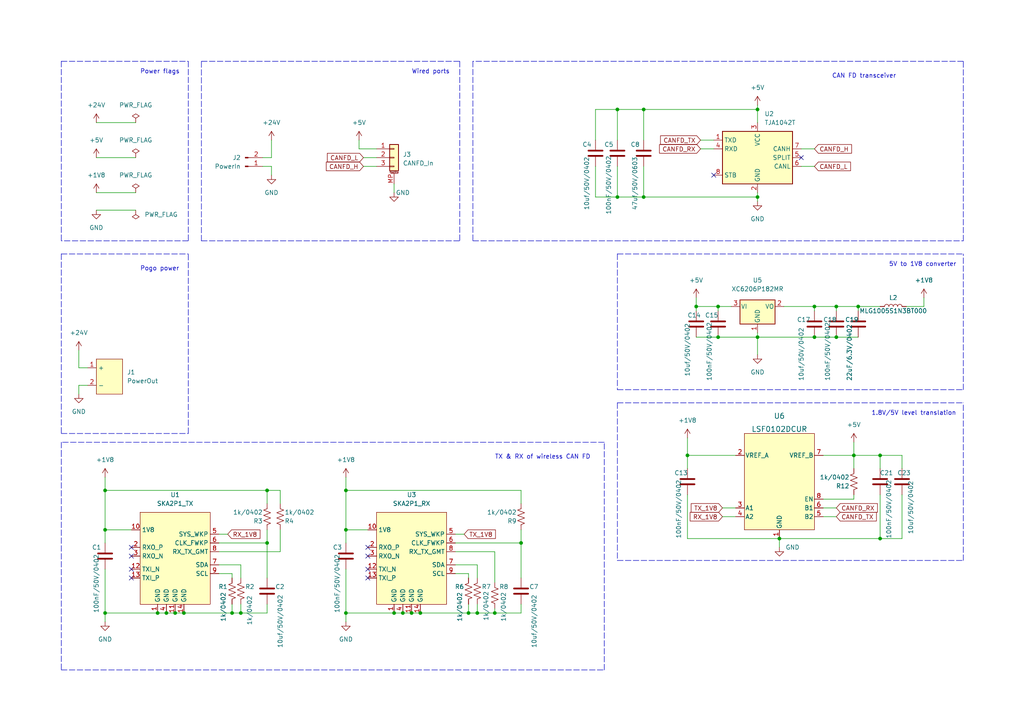
<source format=kicad_sch>
(kicad_sch (version 20211123) (generator eeschema)
  (paper "A4")
  (title_block (title "connector female") (date "2022-05-30") (rev "ver 2.0") (company "cyber-zoo"))
  (lib_symbols
    (symbol "Connector:Conn_01x02_Male" (pin_names (offset 1.016) hide)
      (property "Reference" "J" (at 0 2.54 0))
      (property "Value" "Conn_01x02_Male" (at 0 -5.08 0))
      (symbol "Conn_01x02_Male_1_1"
        (polyline (pts (xy 1.27 -2.54) (xy 0.8636 -2.54)) (stroke (width 0.1524)))
        (polyline (pts (xy 1.27 0) (xy 0.8636 0)) (stroke (width 0.1524)))
        (rectangle (start 0.8636 -2.413) (end 0 -2.667) (stroke (width 0.1524)) (fill (type outline)))
        (rectangle (start 0.8636 0.127) (end 0 -0.127) (stroke (width 0.1524)) (fill (type outline)))
        (pin passive line (at 5.08 0 180) (length 3.81) (name "Pin_1") (number "1"))
        (pin passive line (at 5.08 -2.54 180) (length 3.81) (name "Pin_2") (number "2"))
      )
    )
    (symbol "Connector_Generic_MountingPin:Conn_01x03_MountingPin" (pin_names (offset 1.016) hide)
      (property "Reference" "J" (at 0 5.08 0))
      (property "Value" "Conn_01x03_MountingPin" (at 1.27 -5.08 0))
      (symbol "Conn_01x03_MountingPin_1_1"
        (rectangle (start -1.27 -2.413) (end 0 -2.667) (stroke (width 0.1524)))
        (rectangle (start -1.27 0.127) (end 0 -0.127) (stroke (width 0.1524)))
        (rectangle (start -1.27 2.667) (end 0 2.413) (stroke (width 0.1524)))
        (rectangle (start -1.27 3.81) (end 1.27 -3.81) (stroke (width 0.254)) (fill (type background)))
        (polyline (pts (xy -1.016 -4.572) (xy 1.016 -4.572)) (stroke (width 0.1524)))
        (text "Mounting" (at 0 -4.191 0) (effects (font (size 0.381 0.381))))
        (pin passive line (at -5.08 2.54 0) (length 3.81) (name "Pin_1") (number "1"))
        (pin passive line (at -5.08 0 0) (length 3.81) (name "Pin_2") (number "2"))
        (pin passive line (at -5.08 -2.54 0) (length 3.81) (name "Pin_3") (number "3"))
        (pin passive line (at 0 -7.62 90) (length 3.048) (name "MountPin") (number "MP"))
      )
    )
    (symbol "Device:C" (pin_numbers hide) (pin_names (offset 0.254))
      (property "Reference" "C" (at 0.635 2.54 0))
      (property "Value" "C" (at 0.635 -2.54 0))
      (symbol "C_0_1"
        (polyline (pts (xy -2.032 -0.762) (xy 2.032 -0.762)) (stroke (width 0.508)))
        (polyline (pts (xy -2.032 0.762) (xy 2.032 0.762)) (stroke (width 0.508)))
      )
      (symbol "C_1_1"
        (pin passive line (at 0 3.81 270) (length 2.794) (name "~") (number "1"))
        (pin passive line (at 0 -3.81 90) (length 2.794) (name "~") (number "2"))
      )
    )
    (symbol "Device:L" (pin_numbers hide) (pin_names (offset 1.016) hide)
      (property "Reference" "L" (at -1.27 0 90))
      (property "Value" "L" (at 1.905 0 90))
      (symbol "L_0_1"
        (arc (start 0 -2.54) (mid 0.635 -1.905) (end 0 -1.27))
        (arc (start 0 -1.27) (mid 0.635 -0.635) (end 0 0))
        (arc (start 0 0) (mid 0.635 0.635) (end 0 1.27))
        (arc (start 0 1.27) (mid 0.635 1.905) (end 0 2.54))
      )
      (symbol "L_1_1"
        (pin passive line (at 0 3.81 270) (length 1.27) (name "1") (number "1"))
        (pin passive line (at 0 -3.81 90) (length 1.27) (name "2") (number "2"))
      )
    )
    (symbol "Device:R_US" (pin_numbers hide) (pin_names (offset 0))
      (property "Reference" "R" (at 2.54 0 90))
      (property "Value" "R_US" (at -2.54 0 90))
      (symbol "R_US_0_1"
        (polyline (pts (xy 0 -2.286) (xy 0 -2.54)))
        (polyline (pts (xy 0 2.286) (xy 0 2.54)))
        (polyline (pts (xy 0 -0.762) (xy 1.016 -1.143) (xy 0 -1.524) (xy -1.016 -1.905) (xy 0 -2.286)))
        (polyline (pts (xy 0 0.762) (xy 1.016 0.381) (xy 0 0) (xy -1.016 -0.381) (xy 0 -0.762)))
        (polyline (pts (xy 0 2.286) (xy 1.016 1.905) (xy 0 1.524) (xy -1.016 1.143) (xy 0 0.762)))
      )
      (symbol "R_US_1_1"
        (pin passive line (at 0 3.81 270) (length 1.27) (name "~") (number "1"))
        (pin passive line (at 0 -3.81 90) (length 1.27) (name "~") (number "2"))
      )
    )
    (symbol "Interface_CAN_LIN:TJA1042T"
      (property "Reference" "U" (at -10.16 8.89 0))
      (property "Value" "TJA1042T" (at 1.27 8.89 0))
      (symbol "TJA1042T_0_1"
        (rectangle (start -10.16 7.62) (end 10.16 -7.62) (stroke (width 0.254)) (fill (type background)))
      )
      (symbol "TJA1042T_1_1"
        (pin input line (at -12.7 5.08 0) (length 2.54) (name "TXD") (number "1"))
        (pin power_in line (at 0 -10.16 90) (length 2.54) (name "GND") (number "2"))
        (pin power_in line (at 0 10.16 270) (length 2.54) (name "VCC") (number "3"))
        (pin output line (at -12.7 2.54 0) (length 2.54) (name "RXD") (number "4"))
        (pin power_out line (at 12.7 0 180) (length 2.54) (name "SPLIT") (number "5"))
        (pin bidirectional line (at 12.7 -2.54 180) (length 2.54) (name "CANL") (number "6"))
        (pin bidirectional line (at 12.7 2.54 180) (length 2.54) (name "CANH") (number "7"))
        (pin input line (at -12.7 -5.08 0) (length 2.54) (name "STB") (number "8"))
      )
    )
    (symbol "Regulator_Linear:XC6206PxxxMR" (pin_names (offset 0.254))
      (property "Reference" "U" (at -3.81 3.175 0))
      (property "Value" "XC6206PxxxMR" (at 0 3.175 0))
      (symbol "XC6206PxxxMR_0_1"
        (rectangle (start -5.08 1.905) (end 5.08 -5.08) (stroke (width 0.254)) (fill (type background)))
      )
      (symbol "XC6206PxxxMR_1_1"
        (pin power_in line (at 0 -7.62 90) (length 2.54) (name "GND") (number "1"))
        (pin power_out line (at 7.62 0 180) (length 2.54) (name "VO") (number "2"))
        (pin power_in line (at -7.62 0 0) (length 2.54) (name "VI") (number "3"))
      )
    )
    (symbol "Rolling_Custom:LSF0102DCUR" (pin_names (offset 0.254))
      (property "Reference" "U" (at 0 20.32 0))
      (property "Value" "LSF0102DCUR" (at 0 17.78 0))
      (symbol "LSF0102DCUR_0_1"
        (rectangle (start -10.16 16.51) (end 10.16 -11.43) (fill (type background)))
      )
      (symbol "LSF0102DCUR_1_0"
        (pin power_in line (at -12.7 10.16 0) (length 2.54) (name "VREF_A") (number "2"))
      )
      (symbol "LSF0102DCUR_1_1"
        (pin power_in line (at 0 -13.97 90) (length 2.54) (name "GND") (number "1"))
        (pin bidirectional line (at -12.7 -5.08 0) (length 2.54) (name "A1") (number "3"))
        (pin bidirectional line (at -12.7 -7.62 0) (length 2.54) (name "A2") (number "4"))
        (pin bidirectional line (at 12.7 -7.62 180) (length 2.54) (name "B2") (number "5"))
        (pin bidirectional line (at 12.7 -5.08 180) (length 2.54) (name "B1") (number "6"))
        (pin power_in line (at 12.7 10.16 180) (length 2.54) (name "VREF_B") (number "7"))
        (pin input line (at 12.7 -2.54 180) (length 2.54) (name "EN") (number "8"))
      )
    )
    (symbol "Rolling_Custom:POGOPIN-E21160-ASB-2PIN"
      (property "Reference" "J" (at -2.54 6.35 0))
      (property "Value" "POGOPIN-E21160-ASB-2PIN" (at 0 -6.35 0))
      (symbol "POGOPIN-E21160-ASB-2PIN_0_1"
        (rectangle (start -3.81 5.08) (end 3.81 -5.08) (fill (type background)))
      )
      (symbol "POGOPIN-E21160-ASB-2PIN_1_1"
        (pin passive line (at -6.35 2.54 0) (length 2.54) (name "+") (number "1"))
        (pin passive line (at -6.35 -2.54 0) (length 2.54) (name "-") (number "2"))
      )
    )
    (symbol "Rolling_Custom:SKA2P1"
      (property "Reference" "U" (at 0 16.51 0))
      (property "Value" "SKA2P1" (at 0 13.97 0))
      (symbol "SKA2P1_0_1"
        (rectangle (start -10.16 12.7) (end 10.16 -13.97) (fill (type background)))
      )
      (symbol "SKA2P1_1_1"
        (pin power_in line (at -5.08 -16.51 90) (length 2.54) (name "GND") (number "1"))
        (pin power_in line (at -12.7 7.62 0) (length 2.54) (name "1V8") (number "10"))
        (pin power_in line (at 0 -16.51 90) (length 2.54) (name "GND") (number "11"))
        (pin output line (at -12.7 -3.81 0) (length 2.54) (name "TXI_N") (number "12"))
        (pin output line (at -12.7 -6.35 0) (length 2.54) (name "TXI_P") (number "13"))
        (pin power_in line (at 2.54 -16.51 90) (length 2.54) (name "GND") (number "14"))
        (pin input line (at -12.7 2.54 0) (length 2.54) (name "RXO_P") (number "2"))
        (pin input line (at -12.7 0 0) (length 2.54) (name "RXO_N") (number "3"))
        (pin power_in line (at -2.54 -16.51 90) (length 2.54) (name "GND") (number "4"))
        (pin bidirectional line (at 12.7 6.35 180) (length 2.54) (name "SYS_WKP") (number "5"))
        (pin input line (at 12.7 3.81 180) (length 2.54) (name "CLK_FWKP") (number "6"))
        (pin input line (at 12.7 -2.54 180) (length 2.54) (name "SDA") (number "7"))
        (pin input line (at 12.7 1.27 180) (length 2.54) (name "RX_TX_GMT") (number "8"))
        (pin input line (at 12.7 -5.08 180) (length 2.54) (name "SCL") (number "9"))
      )
    )
    (symbol "SKA2P1_1"
      (property "Reference" "U" (at 0 16.51 0))
      (property "Value" "SKA2P1_1" (at 0 13.97 0))
      (symbol "SKA2P1_1_0_1"
        (rectangle (start -10.16 12.7) (end 10.16 -13.97) (fill (type background)))
      )
      (symbol "SKA2P1_1_1_1"
        (pin power_in line (at -5.08 -16.51 90) (length 2.54) (name "GND") (number "1"))
        (pin power_in line (at -12.7 7.62 0) (length 2.54) (name "1V8") (number "10"))
        (pin power_in line (at 0 -16.51 90) (length 2.54) (name "GND") (number "11"))
        (pin output line (at -12.7 -3.81 0) (length 2.54) (name "TXI_N") (number "12"))
        (pin output line (at -12.7 -6.35 0) (length 2.54) (name "TXI_P") (number "13"))
        (pin power_in line (at 2.54 -16.51 90) (length 2.54) (name "GND") (number "14"))
        (pin input line (at -12.7 2.54 0) (length 2.54) (name "RXO_P") (number "2"))
        (pin input line (at -12.7 0 0) (length 2.54) (name "RXO_N") (number "3"))
        (pin power_in line (at -2.54 -16.51 90) (length 2.54) (name "GND") (number "4"))
        (pin bidirectional line (at 12.7 6.35 180) (length 2.54) (name "SYS_WKP") (number "5"))
        (pin input line (at 12.7 3.81 180) (length 2.54) (name "CLK_FWKP") (number "6"))
        (pin input line (at 12.7 -2.54 180) (length 2.54) (name "SDA") (number "7"))
        (pin input line (at 12.7 1.27 180) (length 2.54) (name "RX_TX_GMT") (number "8"))
        (pin input line (at 12.7 -5.08 180) (length 2.54) (name "SCL") (number "9"))
      )
    )
    (symbol "power:+1V8" (power) (pin_names (offset 0))
      (property "Value" "+1V8" (at 0 3.556 0))
      (symbol "+1V8_0_1"
        (polyline (pts (xy -0.762 1.27) (xy 0 2.54)))
        (polyline (pts (xy 0 0) (xy 0 2.54)))
        (polyline (pts (xy 0 2.54) (xy 0.762 1.27)))
      )
      (symbol "+1V8_1_1"
        (pin power_in line (at 0 0 90) (length 0) hide (name "+1V8") (number "1"))
      )
    )
    (symbol "power:+24V" (power) (pin_names (offset 0))
      (property "Value" "+24V" (at 0 3.556 0))
      (symbol "+24V_0_1"
        (polyline (pts (xy -0.762 1.27) (xy 0 2.54)))
        (polyline (pts (xy 0 0) (xy 0 2.54)))
        (polyline (pts (xy 0 2.54) (xy 0.762 1.27)))
      )
      (symbol "+24V_1_1"
        (pin power_in line (at 0 0 90) (length 0) hide (name "+24V") (number "1"))
      )
    )
    (symbol "power:+5V" (power) (pin_names (offset 0))
      (property "Value" "+5V" (at 0 3.556 0))
      (symbol "+5V_0_1"
        (polyline (pts (xy -0.762 1.27) (xy 0 2.54)))
        (polyline (pts (xy 0 0) (xy 0 2.54)))
        (polyline (pts (xy 0 2.54) (xy 0.762 1.27)))
      )
      (symbol "+5V_1_1"
        (pin power_in line (at 0 0 90) (length 0) hide (name "+5V") (number "1"))
      )
    )
    (symbol "power:GND" (power) (pin_names (offset 0))
      (property "Value" "GND" (at 0 -3.81 0))
      (symbol "GND_0_1"
        (polyline (pts (xy 0 0) (xy 0 -1.27) (xy 1.27 -1.27) (xy 0 -2.54) (xy -1.27 -1.27) (xy 0 -1.27)))
      )
      (symbol "GND_1_1"
        (pin power_in line (at 0 0 270) (length 0) hide (name "GND") (number "1"))
      )
    )
    (symbol "power:PWR_FLAG" (power) (pin_numbers hide) (pin_names (offset 0) hide)
      (property "Value" "PWR_FLAG" (at 0 3.81 0))
      (symbol "PWR_FLAG_0_0"
        (pin power_out line (at 0 0 90) (length 0) (name "pwr") (number "1"))
      )
      (symbol "PWR_FLAG_0_1"
        (polyline (pts (xy 0 0) (xy 0 1.27) (xy -1.016 1.905) (xy 0 2.54) (xy 1.016 1.905) (xy 0 1.27)))
      )
    )
  )
  (junction (at 135.89 177.8))
  (junction (at 255.27 156.21))
  (junction (at 100.33 177.8))
  (junction (at 236.22 88.9))
  (junction (at 30.48 177.8))
  (junction (at 143.51 177.8))
  (junction (at 30.48 153.67))
  (junction (at 100.33 153.67))
  (junction (at 50.8 177.8))
  (junction (at 199.39 132.08))
  (junction (at 119.38 177.8))
  (junction (at 116.84 177.8))
  (junction (at 179.07 57.15))
  (junction (at 208.28 97.79))
  (junction (at 186.69 57.15))
  (junction (at 242.57 97.79))
  (junction (at 121.92 177.8))
  (junction (at 48.26 177.8))
  (junction (at 100.33 142.24))
  (junction (at 186.69 31.75))
  (junction (at 248.92 88.9))
  (junction (at 45.72 177.8))
  (junction (at 138.43 177.8))
  (junction (at 77.47 157.48))
  (junction (at 255.27 132.08))
  (junction (at 151.13 157.48))
  (junction (at 208.28 88.9))
  (junction (at 30.48 142.24))
  (junction (at 69.85 177.8))
  (junction (at 67.31 177.8))
  (junction (at 219.71 57.15))
  (junction (at 179.07 31.75))
  (junction (at 201.93 88.9))
  (junction (at 114.3 177.8))
  (junction (at 226.06 156.21))
  (junction (at 242.57 88.9))
  (junction (at 236.22 97.79))
  (junction (at 219.71 97.79))
  (junction (at 77.47 142.24))
  (junction (at 247.65 132.08))
  (junction (at 53.34 177.8))
  (junction (at 219.71 31.75))
  (no_connect (at 38.1 167.64))
  (no_connect (at 38.1 161.29))
  (no_connect (at 38.1 158.75))
  (no_connect (at 38.1 165.1))
  (no_connect (at 106.68 161.29))
  (no_connect (at 106.68 167.64))
  (no_connect (at 207.01 50.8))
  (no_connect (at 106.68 165.1))
  (no_connect (at 106.68 158.75))
  (no_connect (at 232.41 45.72))
  (wire (pts (xy 238.76 144.78) (xy 247.65 144.78)))
  (polyline (pts (xy 17.78 194.31) (xy 175.26 194.31)))
  (wire (pts (xy 151.13 153.67) (xy 151.13 157.48)))
  (wire (pts (xy 69.85 175.26) (xy 69.85 177.8)))
  (wire (pts (xy 236.22 97.79) (xy 242.57 97.79)))
  (wire (pts (xy 232.41 43.18) (xy 236.22 43.18)))
  (wire (pts (xy 172.72 31.75) (xy 172.72 40.64)))
  (wire (pts (xy 78.74 40.64) (xy 78.74 45.72)))
  (wire (pts (xy 219.71 31.75) (xy 186.69 31.75)))
  (wire (pts (xy 63.5 166.37) (xy 67.31 166.37)))
  (polyline (pts (xy 162.56 17.78) (xy 137.16 17.78)))
  (wire (pts (xy 219.71 96.52) (xy 219.71 97.79)))
  (wire (pts (xy 151.13 177.8) (xy 151.13 175.26)))
  (wire (pts (xy 238.76 149.86) (xy 242.57 149.86)))
  (polyline (pts (xy 179.07 162.56) (xy 279.4 162.56)))
  (wire (pts (xy 81.28 146.05) (xy 81.28 142.24)))
  (wire (pts (xy 45.72 177.8) (xy 48.26 177.8)))
  (wire (pts (xy 219.71 97.79) (xy 236.22 97.79)))
  (wire (pts (xy 30.48 138.43) (xy 30.48 142.24)))
  (polyline (pts (xy 179.07 73.66) (xy 279.4 73.66)))
  (wire (pts (xy 81.28 160.02) (xy 81.28 153.67)))
  (wire (pts (xy 208.28 88.9) (xy 208.28 90.17)))
  (polyline (pts (xy 17.78 73.66) (xy 54.61 73.66)))
  (wire (pts (xy 27.94 35.56) (xy 39.37 35.56)))
  (wire (pts (xy 143.51 177.8) (xy 151.13 177.8)))
  (wire (pts (xy 186.69 57.15) (xy 219.71 57.15)))
  (wire (pts (xy 27.94 45.72) (xy 39.37 45.72)))
  (polyline (pts (xy 17.78 73.66) (xy 17.78 125.73)))
  (wire (pts (xy 77.47 157.48) (xy 77.47 167.64)))
  (wire (pts (xy 138.43 163.83) (xy 138.43 167.64)))
  (wire (pts (xy 208.28 88.9) (xy 212.09 88.9)))
  (wire (pts (xy 208.28 97.79) (xy 219.71 97.79)))
  (wire (pts (xy 247.65 144.78) (xy 247.65 143.51)))
  (polyline (pts (xy 17.78 17.78) (xy 17.78 69.85)))
  (wire (pts (xy 119.38 177.8) (xy 121.92 177.8)))
  (polyline (pts (xy 54.61 69.85) (xy 17.78 69.85)))
  (wire (pts (xy 248.92 88.9) (xy 248.92 90.17)))
  (wire (pts (xy 267.97 88.9) (xy 262.89 88.9)))
  (wire (pts (xy 48.26 177.8) (xy 50.8 177.8)))
  (wire (pts (xy 255.27 132.08) (xy 255.27 135.89)))
  (polyline (pts (xy 137.16 69.85) (xy 279.4 69.85)))
  (wire (pts (xy 22.86 101.6) (xy 22.86 106.68)))
  (wire (pts (xy 27.94 60.96) (xy 39.37 60.96)))
  (wire (pts (xy 227.33 88.9) (xy 236.22 88.9)))
  (wire (pts (xy 238.76 132.08) (xy 247.65 132.08)))
  (wire (pts (xy 22.86 106.68) (xy 25.4 106.68)))
  (wire (pts (xy 201.93 88.9) (xy 201.93 90.17)))
  (wire (pts (xy 77.47 177.8) (xy 77.47 175.26)))
  (wire (pts (xy 27.94 55.88) (xy 39.37 55.88)))
  (wire (pts (xy 78.74 48.26) (xy 76.2 48.26)))
  (polyline (pts (xy 279.4 162.56) (xy 279.4 116.84)))
  (wire (pts (xy 199.39 156.21) (xy 226.06 156.21)))
  (wire (pts (xy 63.5 163.83) (xy 69.85 163.83)))
  (wire (pts (xy 50.8 177.8) (xy 53.34 177.8)))
  (wire (pts (xy 22.86 114.3) (xy 22.86 111.76)))
  (polyline (pts (xy 179.07 116.84) (xy 279.4 116.84)))
  (wire (pts (xy 77.47 153.67) (xy 77.47 157.48)))
  (polyline (pts (xy 279.4 17.78) (xy 162.56 17.78)))
  (wire (pts (xy 255.27 132.08) (xy 261.62 132.08)))
  (polyline (pts (xy 137.16 17.78) (xy 137.16 69.85)))
  (wire (pts (xy 219.71 55.88) (xy 219.71 57.15)))
  (polyline (pts (xy 179.07 113.03) (xy 279.4 113.03)))
  (wire (pts (xy 219.71 30.48) (xy 219.71 31.75)))
  (wire (pts (xy 104.14 40.64) (xy 104.14 43.18)))
  (wire (pts (xy 242.57 88.9) (xy 242.57 90.17)))
  (wire (pts (xy 261.62 156.21) (xy 255.27 156.21)))
  (wire (pts (xy 151.13 157.48) (xy 151.13 167.64)))
  (wire (pts (xy 30.48 142.24) (xy 77.47 142.24)))
  (wire (pts (xy 179.07 31.75) (xy 179.07 40.64)))
  (wire (pts (xy 247.65 128.27) (xy 247.65 132.08)))
  (wire (pts (xy 135.89 166.37) (xy 135.89 167.64)))
  (wire (pts (xy 151.13 142.24) (xy 151.13 146.05)))
  (wire (pts (xy 172.72 57.15) (xy 179.07 57.15)))
  (wire (pts (xy 255.27 143.51) (xy 255.27 156.21)))
  (wire (pts (xy 219.71 31.75) (xy 219.71 35.56)))
  (wire (pts (xy 104.14 43.18) (xy 109.22 43.18)))
  (wire (pts (xy 30.48 153.67) (xy 30.48 157.48)))
  (wire (pts (xy 100.33 142.24) (xy 151.13 142.24)))
  (wire (pts (xy 121.92 177.8) (xy 135.89 177.8)))
  (polyline (pts (xy 179.07 116.84) (xy 179.07 162.56)))
  (wire (pts (xy 199.39 143.51) (xy 199.39 156.21)))
  (wire (pts (xy 186.69 31.75) (xy 179.07 31.75)))
  (wire (pts (xy 242.57 97.79) (xy 248.92 97.79)))
  (wire (pts (xy 100.33 177.8) (xy 100.33 180.34)))
  (polyline (pts (xy 133.35 17.78) (xy 133.35 69.85)))
  (wire (pts (xy 143.51 160.02) (xy 143.51 168.91)))
  (wire (pts (xy 199.39 132.08) (xy 199.39 135.89)))
  (wire (pts (xy 67.31 177.8) (xy 69.85 177.8)))
  (polyline (pts (xy 179.07 73.66) (xy 179.07 113.03)))
  (polyline (pts (xy 175.26 194.31) (xy 175.26 128.27)))
  (wire (pts (xy 186.69 48.26) (xy 186.69 57.15)))
  (wire (pts (xy 78.74 45.72) (xy 76.2 45.72)))
  (wire (pts (xy 132.08 157.48) (xy 151.13 157.48)))
  (wire (pts (xy 135.89 175.26) (xy 135.89 177.8)))
  (wire (pts (xy 219.71 57.15) (xy 219.71 58.42)))
  (wire (pts (xy 201.93 97.79) (xy 208.28 97.79)))
  (polyline (pts (xy 58.42 69.85) (xy 133.35 69.85)))
  (wire (pts (xy 30.48 165.1) (xy 30.48 177.8)))
  (polyline (pts (xy 17.78 130.81) (xy 17.78 194.31)))
  (wire (pts (xy 261.62 143.51) (xy 261.62 156.21)))
  (wire (pts (xy 78.74 50.8) (xy 78.74 48.26)))
  (wire (pts (xy 69.85 163.83) (xy 69.85 167.64)))
  (wire (pts (xy 67.31 175.26) (xy 67.31 177.8)))
  (wire (pts (xy 138.43 175.26) (xy 138.43 177.8)))
  (polyline (pts (xy 58.42 69.85) (xy 58.42 17.78)))
  (wire (pts (xy 63.5 160.02) (xy 81.28 160.02)))
  (wire (pts (xy 105.41 48.26) (xy 109.22 48.26)))
  (wire (pts (xy 81.28 142.24) (xy 77.47 142.24)))
  (wire (pts (xy 114.3 177.8) (xy 116.84 177.8)))
  (wire (pts (xy 132.08 154.94) (xy 134.62 154.94)))
  (wire (pts (xy 242.57 88.9) (xy 248.92 88.9)))
  (wire (pts (xy 100.33 153.67) (xy 106.68 153.67)))
  (wire (pts (xy 132.08 163.83) (xy 138.43 163.83)))
  (wire (pts (xy 247.65 132.08) (xy 247.65 135.89)))
  (wire (pts (xy 201.93 86.36) (xy 201.93 88.9)))
  (polyline (pts (xy 279.4 69.85) (xy 279.4 17.78)))
  (wire (pts (xy 67.31 166.37) (xy 67.31 167.64)))
  (wire (pts (xy 132.08 166.37) (xy 135.89 166.37)))
  (wire (pts (xy 135.89 177.8) (xy 138.43 177.8)))
  (wire (pts (xy 209.55 149.86) (xy 213.36 149.86)))
  (wire (pts (xy 100.33 138.43) (xy 100.33 142.24)))
  (wire (pts (xy 199.39 127) (xy 199.39 132.08)))
  (wire (pts (xy 201.93 88.9) (xy 208.28 88.9)))
  (wire (pts (xy 30.48 153.67) (xy 38.1 153.67)))
  (polyline (pts (xy 17.78 128.27) (xy 17.78 130.81)))
  (wire (pts (xy 30.48 177.8) (xy 30.48 180.34)))
  (wire (pts (xy 138.43 177.8) (xy 143.51 177.8)))
  (wire (pts (xy 199.39 132.08) (xy 213.36 132.08)))
  (wire (pts (xy 63.5 154.94) (xy 66.04 154.94)))
  (wire (pts (xy 219.71 97.79) (xy 219.71 102.87)))
  (wire (pts (xy 248.92 88.9) (xy 255.27 88.9)))
  (wire (pts (xy 100.33 142.24) (xy 100.33 153.67)))
  (polyline (pts (xy 58.42 17.78) (xy 133.35 17.78)))
  (wire (pts (xy 179.07 57.15) (xy 186.69 57.15)))
  (wire (pts (xy 22.86 111.76) (xy 25.4 111.76)))
  (wire (pts (xy 255.27 156.21) (xy 226.06 156.21)))
  (wire (pts (xy 203.2 43.18) (xy 207.01 43.18)))
  (polyline (pts (xy 17.78 17.78) (xy 54.61 17.78)))
  (wire (pts (xy 100.33 177.8) (xy 114.3 177.8)))
  (wire (pts (xy 30.48 142.24) (xy 30.48 153.67)))
  (wire (pts (xy 261.62 132.08) (xy 261.62 135.89)))
  (wire (pts (xy 69.85 177.8) (xy 77.47 177.8)))
  (wire (pts (xy 105.41 45.72) (xy 109.22 45.72)))
  (wire (pts (xy 226.06 156.21) (xy 226.06 158.75)))
  (wire (pts (xy 63.5 157.48) (xy 77.47 157.48)))
  (wire (pts (xy 132.08 160.02) (xy 143.51 160.02)))
  (wire (pts (xy 172.72 48.26) (xy 172.72 57.15)))
  (wire (pts (xy 247.65 132.08) (xy 255.27 132.08)))
  (wire (pts (xy 179.07 31.75) (xy 172.72 31.75)))
  (wire (pts (xy 209.55 147.32) (xy 213.36 147.32)))
  (wire (pts (xy 232.41 48.26) (xy 236.22 48.26)))
  (wire (pts (xy 267.97 86.36) (xy 267.97 88.9)))
  (wire (pts (xy 53.34 177.8) (xy 67.31 177.8)))
  (wire (pts (xy 100.33 165.1) (xy 100.33 177.8)))
  (wire (pts (xy 186.69 31.75) (xy 186.69 40.64)))
  (polyline (pts (xy 175.26 128.27) (xy 17.78 128.27)))
  (wire (pts (xy 179.07 48.26) (xy 179.07 57.15)))
  (polyline (pts (xy 279.4 113.03) (xy 279.4 73.66)))
  (wire (pts (xy 236.22 88.9) (xy 236.22 90.17)))
  (polyline (pts (xy 54.61 17.78) (xy 54.61 69.85)))
  (wire (pts (xy 100.33 153.67) (xy 100.33 157.48)))
  (wire (pts (xy 30.48 177.8) (xy 45.72 177.8)))
  (polyline (pts (xy 54.61 125.73) (xy 54.61 73.66)))
  (wire (pts (xy 203.2 40.64) (xy 207.01 40.64)))
  (wire (pts (xy 114.3 53.34) (xy 114.3 55.88)))
  (wire (pts (xy 236.22 88.9) (xy 242.57 88.9)))
  (wire (pts (xy 143.51 176.53) (xy 143.51 177.8)))
  (wire (pts (xy 116.84 177.8) (xy 119.38 177.8)))
  (wire (pts (xy 77.47 142.24) (xy 77.47 146.05)))
  (wire (pts (xy 238.76 147.32) (xy 242.57 147.32)))
  (polyline (pts (xy 17.78 125.73) (xy 54.61 125.73)))
  (text "Pogo power\n" (at 40.64 78.74 0) (effects (font (size 1.27 1.27)) (justify left bottom)))
  (text "1.8V/5V level translation\n" (at 252.73 120.65 0) (effects (font (size 1.27 1.27)) (justify left bottom)))
  (text "Power flags\n" (at 40.64 21.59 0) (effects (font (size 1.27 1.27)) (justify left bottom)))
  (text "CAN FD transceiver" (at 241.3 22.86 0) (effects (font (size 1.27 1.27)) (justify left bottom)))
  (text "TX & RX of wireless CAN FD" (at 143.51 133.35 0) (effects (font (size 1.27 1.27)) (justify left bottom)))
  (text "Wired ports\n" (at 119.38 21.59 0) (effects (font (size 1.27 1.27)) (justify left bottom)))
  (text "5V to 1V8 converter" (at 257.81 77.47 0) (effects (font (size 1.27 1.27)) (justify left bottom)))
  (global_label "CANFD_RX" (shape input) (at 242.57 147.32 0) (property "Intersheet References" "${INTERSHEET_REFS}" (effects hide)))
  (global_label "RX_1V8" (shape input) (at 66.04 154.94 0) (property "Intersheet References" "${INTERSHEET_REFS}" (effects hide)))
  (global_label "CANFD_L" (shape input) (at 236.22 48.26 0) (property "Intersheet References" "${INTERSHEET_REFS}" (effects hide)))
  (global_label "CANFD_L" (shape input) (at 105.41 45.72 180) (property "Intersheet References" "${INTERSHEET_REFS}" (effects hide)))
  (global_label "TX_1V8" (shape input) (at 209.55 147.32 180) (property "Intersheet References" "${INTERSHEET_REFS}" (effects hide)))
  (global_label "RX_1V8" (shape input) (at 209.55 149.86 180) (property "Intersheet References" "${INTERSHEET_REFS}" (effects hide)))
  (global_label "CANFD_TX" (shape input) (at 203.2 40.64 180) (property "Intersheet References" "${INTERSHEET_REFS}" (effects hide)))
  (global_label "CANFD_RX" (shape input) (at 203.2 43.18 180) (property "Intersheet References" "${INTERSHEET_REFS}" (effects hide)))
  (global_label "CANFD_TX" (shape input) (at 242.57 149.86 0) (property "Intersheet References" "${INTERSHEET_REFS}" (effects hide)))
  (global_label "CANFD_H" (shape input) (at 105.41 48.26 180) (property "Intersheet References" "${INTERSHEET_REFS}" (effects hide)))
  (global_label "CANFD_H" (shape input) (at 236.22 43.18 0) (property "Intersheet References" "${INTERSHEET_REFS}" (effects hide)))
  (global_label "TX_1V8" (shape input) (at 134.62 154.94 0) (property "Intersheet References" "${INTERSHEET_REFS}" (effects hide)))
  (symbol (lib_id "power:GND") (at 226.06 158.75 0) (unit 1)
    (property "Reference" "#PWR0105" (effects hide))
    (property "Value" "GND" (at 229.87 158.75 0))
  )
  (symbol (lib_id "power:+1V8") (at 27.94 55.88 0) (unit 1)
    (property "Reference" "#PWR0114" (effects hide))
    (property "Value" "+1V8" (at 27.94 50.8 0))
  )
  (symbol (lib_id "power:GND") (at 100.33 180.34 0) (unit 1)
    (property "Reference" "#PWR0118" (effects hide))
    (property "Value" "GND" (at 100.33 185.42 0))
  )
  (symbol (lib_id "power:+1V8") (at 267.97 86.36 0) (unit 1)
    (property "Reference" "#PWR0101" (effects hide))
    (property "Value" "+1V8" (at 267.97 81.28 0))
  )
  (symbol (lib_id "power:PWR_FLAG") (at 39.37 55.88 0) (unit 1)
    (property "Reference" "#FLG0104" (effects hide))
    (property "Value" "PWR_FLAG" (at 39.37 50.8 0))
  )
  (symbol (lib_id "power:PWR_FLAG") (at 39.37 45.72 0) (unit 1)
    (property "Reference" "#FLG0101" (effects hide))
    (property "Value" "PWR_FLAG" (at 39.37 40.64 0))
  )
  (symbol (lib_id "power:GND") (at 219.71 58.42 0) (unit 1)
    (property "Reference" "#PWR0123" (effects hide))
    (property "Value" "GND" (at 219.71 63.5 0))
  )
  (symbol (lib_id "power:+5V") (at 247.65 128.27 0) (unit 1)
    (property "Reference" "#PWR0103" (effects hide))
    (property "Value" "+5V" (at 247.65 123.19 0))
  )
  (symbol (lib_id "power:+24V") (at 27.94 35.56 0) (unit 1)
    (property "Reference" "#PWR0112" (effects hide))
    (property "Value" "+24V" (at 27.94 30.48 0))
  )
  (symbol (lib_id "Device:C") (at 172.72 44.45 0) (unit 1)
    (property "Reference" "C4" (at 168.91 41.91 0) (effects (justify left)))
    (property "Value" "10uf/50V/0402" (at 170.18 60.96 90) (effects (justify left)))
    (property "Footprint" "Capacitor_SMD:C_0402_1005Metric" (effects hide))
  )
  (symbol (lib_id "Device:C") (at 208.28 93.98 0) (unit 1)
    (property "Reference" "C15" (at 204.47 91.44 0) (effects (justify left)))
    (property "Value" "100nF/50V/0402" (at 205.74 110.49 90) (effects (justify left)))
    (property "Footprint" "Capacitor_SMD:C_0402_1005Metric" (effects hide))
  )
  (symbol (lib_id "Device:C") (at 242.57 93.98 0) (unit 1)
    (property "Reference" "C18" (at 238.76 92.71 0) (effects (justify left)))
    (property "Value" "100nF/50V/0402" (at 240.03 110.49 90) (effects (justify left)))
    (property "Footprint" "Capacitor_SMD:C_0402_1005Metric" (effects hide))
  )
  (symbol (lib_id "Device:C") (at 30.48 161.29 0) (unit 1)
    (property "Reference" "C1" (at 26.67 158.75 0) (effects (justify left)))
    (property "Value" "100nF/50V/0402" (at 27.94 177.8 90) (effects (justify left)))
    (property "Footprint" "Capacitor_SMD:C_0402_1005Metric" (effects hide))
  )
  (symbol (lib_id "power:GND") (at 114.3 55.88 0) (unit 1)
    (property "Reference" "#PWR0102" (effects hide))
    (property "Value" "GND" (at 116.84 55.88 0))
  )
  (symbol (lib_id "power:GND") (at 22.86 114.3 0) (unit 1)
    (property "Reference" "#PWR0124" (effects hide))
    (property "Value" "GND" (at 22.86 119.38 0))
  )
  (symbol (lib_id "Device:C") (at 186.69 44.45 0) (unit 1)
    (property "Reference" "C8" (at 182.88 41.91 0) (effects (justify left)))
    (property "Value" "47uf/50V/0603" (at 184.15 60.96 90) (effects (justify left)))
    (property "Footprint" "Capacitor_SMD:C_0603_1608Metric" (effects hide))
  )
  (symbol (lib_id "power:+5V") (at 219.71 30.48 0) (unit 1)
    (property "Reference" "#PWR0122" (effects hide))
    (property "Value" "+5V" (at 219.71 25.4 0))
  )
  (symbol (lib_id "Rolling_Custom:POGOPIN-E21160-ASB-2PIN") (at 31.75 109.22 0) (unit 1)
    (property "Reference" "J1" (at 36.83 107.9499 0) (effects (justify left)))
    (property "Value" "PowerOut" (at 36.83 110.4899 0) (effects (justify left)))
    (property "Footprint" "Rolling_Custom:POGOPIN-2PAD" (effects hide))
  )
  (symbol (lib_id "power:+1V8") (at 30.48 138.43 0) (unit 1)
    (property "Reference" "#PWR0121" (effects hide))
    (property "Value" "+1V8" (at 30.48 133.35 0))
  )
  (symbol (lib_id "Device:C") (at 201.93 93.98 0) (unit 1)
    (property "Reference" "C14" (at 199.39 91.44 0) (effects (justify left)))
    (property "Value" "10uf/50V/0402" (at 199.39 109.22 90) (effects (justify left)))
    (property "Footprint" "Capacitor_SMD:C_0402_1005Metric" (effects hide))
  )
  (symbol (lib_id "Device:R_US") (at 69.85 171.45 0) (mirror y) (unit 1)
    (property "Reference" "R2" (at 71.12 170.18 0) (effects (justify right)))
    (property "Value" "1k/0402" (at 72.39 172.72 90) (effects (justify right)))
    (property "Footprint" "Resistor_SMD:R_0402_1005Metric" (effects hide))
  )
  (symbol (lib_id "Device:R_US") (at 67.31 171.45 0) (mirror x) (unit 1)
    (property "Reference" "R1" (at 66.04 170.18 0) (effects (justify right)))
    (property "Value" "1k/0402" (at 64.77 180.34 90) (effects (justify right)))
    (property "Footprint" "Resistor_SMD:R_0402_1005Metric" (effects hide))
  )
  (symbol (lib_id "power:+1V8") (at 100.33 138.43 0) (unit 1)
    (property "Reference" "#PWR0119" (effects hide))
    (property "Value" "+1V8" (at 100.33 133.35 0))
  )
  (symbol (lib_id "Device:C") (at 199.39 139.7 0) (unit 1)
    (property "Reference" "C13" (at 195.58 137.16 0) (effects (justify left)))
    (property "Value" "100nF/50V/0402" (at 196.85 156.21 90) (effects (justify left)))
    (property "Footprint" "Capacitor_SMD:C_0402_1005Metric" (effects hide))
  )
  (symbol (lib_id "Device:C") (at 255.27 139.7 0) (mirror y) (unit 1)
    (property "Reference" "C21" (at 259.08 137.16 0) (effects (justify left)))
    (property "Value" "100nF/50V/0402" (at 257.81 156.21 90) (effects (justify left)))
    (property "Footprint" "Capacitor_SMD:C_0402_1005Metric" (effects hide))
  )
  (symbol (lib_id "power:+5V") (at 27.94 45.72 0) (unit 1)
    (property "Reference" "#PWR0111" (effects hide))
    (property "Value" "+5V" (at 27.94 40.64 0))
  )
  (symbol (lib_id "power:+24V") (at 22.86 101.6 0) (unit 1)
    (property "Reference" "#PWR0125" (effects hide))
    (property "Value" "+24V" (at 22.86 96.52 0))
  )
  (symbol (lib_name "SKA2P1_1") (lib_id "Rolling_Custom:SKA2P1") (at 119.38 161.29 0) (unit 1)
    (property "Reference" "U3" (at 119.38 143.51 0))
    (property "Value" "SKA2P1_RX" (at 119.38 146.05 0))
    (property "Footprint" "Rolling_Custom:SKA2P1" (effects hide))
  )
  (symbol (lib_id "Device:C") (at 77.47 171.45 0) (mirror y) (unit 1)
    (property "Reference" "C2" (at 82.55 170.18 0) (effects (justify left)))
    (property "Value" "10uf/50V/0402" (at 81.28 187.96 90) (effects (justify left)))
    (property "Footprint" "Capacitor_SMD:C_0402_1005Metric" (effects hide))
  )
  (symbol (lib_id "Device:R_US") (at 135.89 171.45 0) (mirror x) (unit 1)
    (property "Reference" "R6" (at 134.62 170.18 0) (effects (justify right)))
    (property "Value" "1k/0402" (at 133.35 180.34 90) (effects (justify right)))
    (property "Footprint" "Resistor_SMD:R_0402_1005Metric" (effects hide))
  )
  (symbol (lib_id "Device:R_US") (at 77.47 149.86 0) (mirror x) (unit 1)
    (property "Reference" "R3" (at 76.2 151.13 0) (effects (justify right)))
    (property "Value" "1k/0402" (at 76.2 148.59 0) (effects (justify right)))
    (property "Footprint" "Resistor_SMD:R_0402_1005Metric" (effects hide))
  )
  (symbol (lib_id "power:GND") (at 30.48 180.34 0) (unit 1)
    (property "Reference" "#PWR0120" (effects hide))
    (property "Value" "GND" (at 30.48 185.42 0))
  )
  (symbol (lib_id "Rolling_Custom:SKA2P1") (at 50.8 161.29 0) (unit 1)
    (property "Reference" "U1" (at 50.8 143.51 0))
    (property "Value" "SKA2P1_TX" (at 50.8 146.05 0))
    (property "Footprint" "Rolling_Custom:SKA2P1" (effects hide))
  )
  (symbol (lib_id "power:+24V") (at 78.74 40.64 0) (mirror y) (unit 1)
    (property "Reference" "#PWR0117" (effects hide))
    (property "Value" "+24V" (at 78.74 35.56 0))
  )
  (symbol (lib_id "Device:R_US") (at 143.51 172.72 180) (unit 1)
    (property "Reference" "R8" (at 144.78 170.18 0) (effects (justify right)))
    (property "Value" "1k/0402" (at 146.05 180.34 90) (effects (justify right)))
    (property "Footprint" "Resistor_SMD:R_0402_1005Metric" (effects hide))
  )
  (symbol (lib_id "Device:R_US") (at 247.65 139.7 0) (mirror x) (unit 1)
    (property "Reference" "R12" (at 246.38 140.97 0) (effects (justify right)))
    (property "Value" "1k/0402" (at 246.38 138.43 0) (effects (justify right)))
    (property "Footprint" "Resistor_SMD:R_0402_1005Metric" (effects hide))
  )
  (symbol (lib_id "Device:R_US") (at 151.13 149.86 0) (mirror x) (unit 1)
    (property "Reference" "R9" (at 149.86 151.13 0) (effects (justify right)))
    (property "Value" "1k/0402" (at 149.86 148.59 0) (effects (justify right)))
    (property "Footprint" "Resistor_SMD:R_0402_1005Metric" (effects hide))
  )
  (symbol (lib_id "Device:C") (at 248.92 93.98 0) (unit 1)
    (property "Reference" "C19" (at 245.11 92.71 0) (effects (justify left)))
    (property "Value" "22uF/6.3V/0402" (at 246.38 110.49 90) (effects (justify left)))
    (property "Footprint" "Capacitor_SMD:C_0402_1005Metric" (effects hide))
  )
  (symbol (lib_id "Device:R_US") (at 81.28 149.86 180) (unit 1)
    (property "Reference" "R4" (at 82.55 151.13 0) (effects (justify right)))
    (property "Value" "1k/0402" (at 82.55 148.59 0) (effects (justify right)))
    (property "Footprint" "Resistor_SMD:R_0402_1005Metric" (effects hide))
  )
  (symbol (lib_id "Device:C") (at 100.33 161.29 0) (unit 1)
    (property "Reference" "C3" (at 96.52 158.75 0) (effects (justify left)))
    (property "Value" "100nF/50V/0402" (at 97.79 177.8 90) (effects (justify left)))
    (property "Footprint" "Capacitor_SMD:C_0402_1005Metric" (effects hide))
  )
  (symbol (lib_id "power:PWR_FLAG") (at 39.37 35.56 0) (unit 1)
    (property "Reference" "#FLG0102" (effects hide))
    (property "Value" "PWR_FLAG" (at 39.37 30.48 0))
  )
  (symbol (lib_id "Device:R_US") (at 138.43 171.45 0) (mirror y) (unit 1)
    (property "Reference" "R7" (at 139.7 170.18 0) (effects (justify right)))
    (property "Value" "1k/0402" (at 140.97 171.45 90) (effects (justify right)))
    (property "Footprint" "Resistor_SMD:R_0402_1005Metric" (effects hide))
  )
  (symbol (lib_id "power:PWR_FLAG") (at 39.37 60.96 180) (unit 1)
    (property "Reference" "#FLG0103" (effects hide))
    (property "Value" "PWR_FLAG" (at 41.91 62.2299 0) (effects (justify right)))
  )
  (symbol (lib_id "Connector_Generic_MountingPin:Conn_01x03_MountingPin") (at 114.3 45.72 0) (unit 1)
    (property "Reference" "J3" (at 116.84 44.8055 0) (effects (justify left)))
    (property "Value" "CANFD_In" (at 116.84 47.3455 0) (effects (justify left)))
    (property "Footprint" "Connector_JST:JST_GH_BM03B-GHS-TBT_1x03-1MP_P1.25mm_Vertical" (effects hide))
  )
  (symbol (lib_id "Interface_CAN_LIN:TJA1042T") (at 219.71 45.72 0) (unit 1)
    (property "Reference" "U2" (at 221.7294 33.02 0) (effects (justify left)))
    (property "Value" "TJA1042T" (at 221.7294 35.56 0) (effects (justify left)))
    (property "Footprint" "Package_SO:SOIC-8_3.9x4.9mm_P1.27mm" (effects hide))
    (property "Datasheet" "http://www.nxp.com/documents/data_sheet/TJA1042.pdf" (effects hide))
  )
  (symbol (lib_id "power:+5V") (at 201.93 86.36 0) (unit 1)
    (property "Reference" "#PWR0107" (effects hide))
    (property "Value" "+5V" (at 201.93 81.28 0))
  )
  (symbol (lib_id "Connector:Conn_01x02_Male") (at 71.12 48.26 0) (mirror x) (unit 1)
    (property "Reference" "J2" (at 69.85 45.7199 0) (effects (justify right)))
    (property "Value" "PowerIn" (at 69.85 48.2599 0) (effects (justify right)))
    (property "Footprint" "Connector_AMASS:AMASS_XT30U-M_1x02_P5.0mm_Vertical" (effects hide))
  )
  (symbol (lib_id "power:GND") (at 219.71 102.87 0) (unit 1)
    (property "Reference" "#PWR0106" (effects hide))
    (property "Value" "GND" (at 219.71 107.95 0))
  )
  (symbol (lib_id "Device:C") (at 151.13 171.45 0) (mirror y) (unit 1)
    (property "Reference" "C7" (at 156.21 170.18 0) (effects (justify left)))
    (property "Value" "10uf/50V/0402" (at 154.94 187.96 90) (effects (justify left)))
    (property "Footprint" "Capacitor_SMD:C_0402_1005Metric" (effects hide))
  )
  (symbol (lib_id "Device:L") (at 259.08 88.9 90) (unit 1)
    (property "Reference" "L2" (at 259.08 86.36 90))
    (property "Value" "MLG1005S1N3BT000" (at 259.08 90.17 90))
    (property "Footprint" "Inductor_SMD:L_0402_1005Metric" (effects hide))
  )
  (symbol (lib_id "Rolling_Custom:LSF0102DCUR") (at 226.06 142.24 0) (unit 1)
    (property "Reference" "U6" (at 226.06 120.65 0) (effects (font (size 1.524 1.524))))
    (property "Value" "LSF0102DCUR" (at 226.06 124.46 0) (effects (font (size 1.524 1.524))))
    (property "Footprint" "Package_SO:VSSOP-8_2.3x2mm_P0.5mm" (effects hide))
  )
  (symbol (lib_id "Device:C") (at 261.62 139.7 0) (mirror y) (unit 1)
    (property "Reference" "C23" (at 264.16 137.16 0) (effects (justify left)))
    (property "Value" "10uf/50V/0402" (at 264.16 154.94 90) (effects (justify left)))
    (property "Footprint" "Capacitor_SMD:C_0402_1005Metric" (effects hide))
  )
  (symbol (lib_id "Device:C") (at 236.22 93.98 0) (unit 1)
    (property "Reference" "C17" (at 231.14 92.71 0) (effects (justify left)))
    (property "Value" "10uf/50V/0402" (at 232.41 110.49 90) (effects (justify left)))
    (property "Footprint" "Capacitor_SMD:C_0402_1005Metric" (effects hide))
  )
  (symbol (lib_id "power:GND") (at 27.94 60.96 0) (unit 1)
    (property "Reference" "#PWR0115" (effects hide))
    (property "Value" "GND" (at 27.94 66.04 0))
  )
  (symbol (lib_id "Device:C") (at 179.07 44.45 0) (unit 1)
    (property "Reference" "C5" (at 175.26 41.91 0) (effects (justify left)))
    (property "Value" "100nF/50V/0402" (at 176.53 62.23 90) (effects (justify left)))
    (property "Footprint" "Capacitor_SMD:C_0402_1005Metric" (effects hide))
  )
  (symbol (lib_id "power:+1V8") (at 199.39 127 0) (unit 1)
    (property "Reference" "#PWR0104" (effects hide))
    (property "Value" "+1V8" (at 199.39 121.92 0))
  )
  (symbol (lib_id "power:GND") (at 78.74 50.8 0) (mirror y) (unit 1)
    (property "Reference" "#PWR0116" (effects hide))
    (property "Value" "GND" (at 78.74 55.88 0))
  )
  (symbol (lib_id "power:+5V") (at 104.14 40.64 0) (unit 1)
    (property "Reference" "#PWR0109" (effects hide))
    (property "Value" "+5V" (at 104.14 35.56 0))
  )
  (symbol (lib_id "Regulator_Linear:XC6206PxxxMR") (at 219.71 88.9 0) (unit 1)
    (property "Reference" "U5" (at 219.71 81.28 0))
    (property "Value" "XC6206P182MR" (at 219.71 83.82 0))
    (property "Footprint" "Package_TO_SOT_SMD:SOT-23" (effects hide))
    (property "Datasheet" "https://www.torexsemi.com/file/xc6206/XC6206.pdf" (effects hide))
  )
)
</source>
